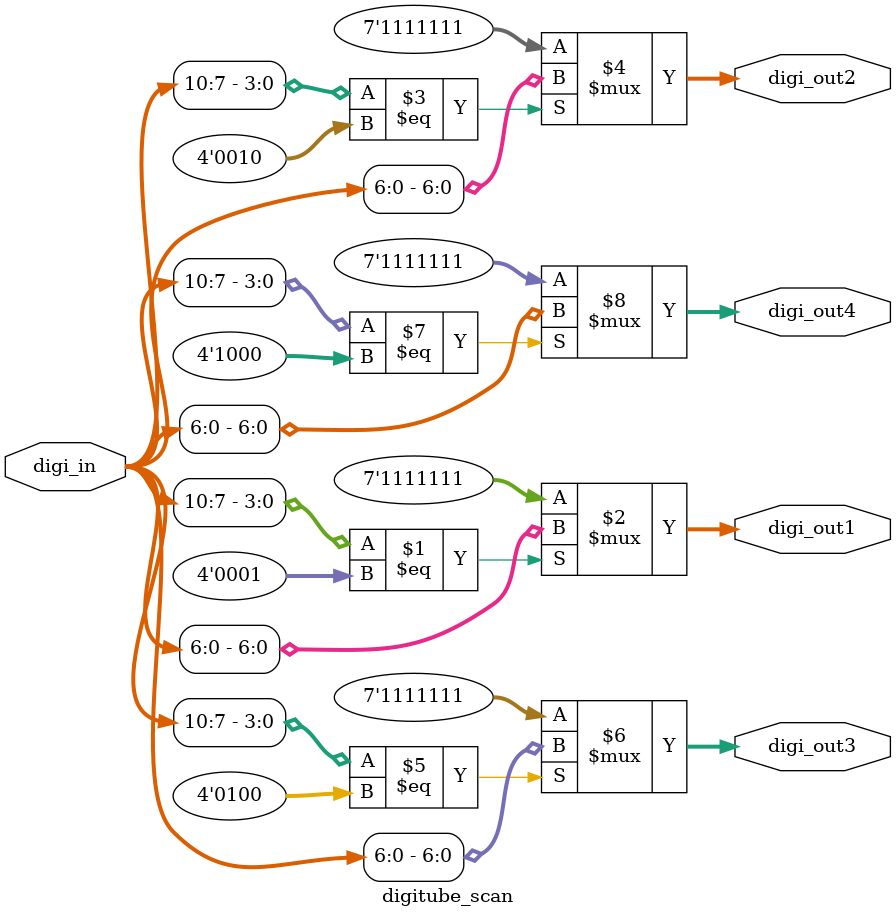
<source format=v>


module digitube_scan(digi_in,digi_out1,digi_out2,digi_out3,digi_out4);
input [11:0] digi_in;	//AN3,AN2,AN1,AN0,DP,CG,CF,CE,CD,CC,CB,CA
output [6:0] digi_out1;	//0: CG,CF,CE,CD,CC,CB,CA
output [6:0] digi_out2;	//1: CG,CF,CE,CD,CC,CB,CA
output [6:0] digi_out3;	//2: CG,CF,CE,CD,CC,CB,CA
output [6:0] digi_out4;	//3: CG,CF,CE,CD,CC,CB,CA

assign digi_out1=(digi_in[10:7]==4'b0001)?digi_in[6:0]:7'b111_1111;
assign digi_out2=(digi_in[10:7]==4'b0010)?digi_in[6:0]:7'b111_1111;
assign digi_out3=(digi_in[10:7]==4'b0100)?digi_in[6:0]:7'b111_1111;
assign digi_out4=(digi_in[10:7]==4'b1000)?digi_in[6:0]:7'b111_1111;

endmodule


</source>
